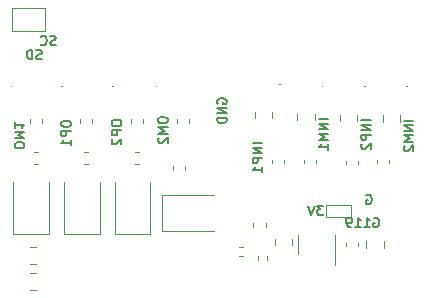
<source format=gbo>
G04 #@! TF.GenerationSoftware,KiCad,Pcbnew,9.0.4*
G04 #@! TF.CreationDate,2025-08-20T21:16:51-04:00*
G04 #@! TF.ProjectId,jlcpcb_1x1,6a6c6370-6362-45f3-9178-312e6b696361,rev?*
G04 #@! TF.SameCoordinates,Original*
G04 #@! TF.FileFunction,Legend,Bot*
G04 #@! TF.FilePolarity,Positive*
%FSLAX46Y46*%
G04 Gerber Fmt 4.6, Leading zero omitted, Abs format (unit mm)*
G04 Created by KiCad (PCBNEW 9.0.4) date 2025-08-20 21:16:51*
%MOMM*%
%LPD*%
G01*
G04 APERTURE LIST*
%ADD10C,0.180000*%
%ADD11C,0.150000*%
%ADD12C,0.120000*%
%ADD13C,0.100000*%
G04 APERTURE END LIST*
D10*
X51430833Y-40253830D02*
X51507023Y-40215735D01*
X51507023Y-40215735D02*
X51621309Y-40215735D01*
X51621309Y-40215735D02*
X51735595Y-40253830D01*
X51735595Y-40253830D02*
X51811785Y-40330020D01*
X51811785Y-40330020D02*
X51849880Y-40406211D01*
X51849880Y-40406211D02*
X51887976Y-40558592D01*
X51887976Y-40558592D02*
X51887976Y-40672878D01*
X51887976Y-40672878D02*
X51849880Y-40825259D01*
X51849880Y-40825259D02*
X51811785Y-40901449D01*
X51811785Y-40901449D02*
X51735595Y-40977640D01*
X51735595Y-40977640D02*
X51621309Y-41015735D01*
X51621309Y-41015735D02*
X51545118Y-41015735D01*
X51545118Y-41015735D02*
X51430833Y-40977640D01*
X51430833Y-40977640D02*
X51392737Y-40939544D01*
X51392737Y-40939544D02*
X51392737Y-40672878D01*
X51392737Y-40672878D02*
X51545118Y-40672878D01*
X50630833Y-41015735D02*
X51087976Y-41015735D01*
X50859404Y-41015735D02*
X50859404Y-40215735D01*
X50859404Y-40215735D02*
X50935595Y-40330020D01*
X50935595Y-40330020D02*
X51011785Y-40406211D01*
X51011785Y-40406211D02*
X51087976Y-40444306D01*
X49868928Y-41015735D02*
X50326071Y-41015735D01*
X50097499Y-41015735D02*
X50097499Y-40215735D01*
X50097499Y-40215735D02*
X50173690Y-40330020D01*
X50173690Y-40330020D02*
X50249880Y-40406211D01*
X50249880Y-40406211D02*
X50326071Y-40444306D01*
X49487975Y-41015735D02*
X49335594Y-41015735D01*
X49335594Y-41015735D02*
X49259404Y-40977640D01*
X49259404Y-40977640D02*
X49221308Y-40939544D01*
X49221308Y-40939544D02*
X49145118Y-40825259D01*
X49145118Y-40825259D02*
X49107023Y-40672878D01*
X49107023Y-40672878D02*
X49107023Y-40368116D01*
X49107023Y-40368116D02*
X49145118Y-40291925D01*
X49145118Y-40291925D02*
X49183213Y-40253830D01*
X49183213Y-40253830D02*
X49259404Y-40215735D01*
X49259404Y-40215735D02*
X49411785Y-40215735D01*
X49411785Y-40215735D02*
X49487975Y-40253830D01*
X49487975Y-40253830D02*
X49526070Y-40291925D01*
X49526070Y-40291925D02*
X49564166Y-40368116D01*
X49564166Y-40368116D02*
X49564166Y-40558592D01*
X49564166Y-40558592D02*
X49526070Y-40634782D01*
X49526070Y-40634782D02*
X49487975Y-40672878D01*
X49487975Y-40672878D02*
X49411785Y-40710973D01*
X49411785Y-40710973D02*
X49259404Y-40710973D01*
X49259404Y-40710973D02*
X49183213Y-40672878D01*
X49183213Y-40672878D02*
X49145118Y-40634782D01*
X49145118Y-40634782D02*
X49107023Y-40558592D01*
D11*
X50787976Y-38305390D02*
X50864166Y-38267295D01*
X50864166Y-38267295D02*
X50978452Y-38267295D01*
X50978452Y-38267295D02*
X51092738Y-38305390D01*
X51092738Y-38305390D02*
X51168928Y-38381580D01*
X51168928Y-38381580D02*
X51207023Y-38457771D01*
X51207023Y-38457771D02*
X51245119Y-38610152D01*
X51245119Y-38610152D02*
X51245119Y-38724438D01*
X51245119Y-38724438D02*
X51207023Y-38876819D01*
X51207023Y-38876819D02*
X51168928Y-38953009D01*
X51168928Y-38953009D02*
X51092738Y-39029200D01*
X51092738Y-39029200D02*
X50978452Y-39067295D01*
X50978452Y-39067295D02*
X50902261Y-39067295D01*
X50902261Y-39067295D02*
X50787976Y-39029200D01*
X50787976Y-39029200D02*
X50749880Y-38991104D01*
X50749880Y-38991104D02*
X50749880Y-38724438D01*
X50749880Y-38724438D02*
X50902261Y-38724438D01*
X51159795Y-31979160D02*
X50359795Y-31979160D01*
X51159795Y-32360112D02*
X50359795Y-32360112D01*
X50359795Y-32360112D02*
X51159795Y-32817255D01*
X51159795Y-32817255D02*
X50359795Y-32817255D01*
X51159795Y-33198207D02*
X50359795Y-33198207D01*
X50359795Y-33198207D02*
X50359795Y-33502969D01*
X50359795Y-33502969D02*
X50397890Y-33579159D01*
X50397890Y-33579159D02*
X50435985Y-33617254D01*
X50435985Y-33617254D02*
X50512176Y-33655350D01*
X50512176Y-33655350D02*
X50626461Y-33655350D01*
X50626461Y-33655350D02*
X50702652Y-33617254D01*
X50702652Y-33617254D02*
X50740747Y-33579159D01*
X50740747Y-33579159D02*
X50778842Y-33502969D01*
X50778842Y-33502969D02*
X50778842Y-33198207D01*
X50435985Y-33960111D02*
X50397890Y-33998207D01*
X50397890Y-33998207D02*
X50359795Y-34074397D01*
X50359795Y-34074397D02*
X50359795Y-34264873D01*
X50359795Y-34264873D02*
X50397890Y-34341064D01*
X50397890Y-34341064D02*
X50435985Y-34379159D01*
X50435985Y-34379159D02*
X50512176Y-34417254D01*
X50512176Y-34417254D02*
X50588366Y-34417254D01*
X50588366Y-34417254D02*
X50702652Y-34379159D01*
X50702652Y-34379159D02*
X51159795Y-33922016D01*
X51159795Y-33922016D02*
X51159795Y-34417254D01*
X47134530Y-39207295D02*
X46639292Y-39207295D01*
X46639292Y-39207295D02*
X46905958Y-39512057D01*
X46905958Y-39512057D02*
X46791673Y-39512057D01*
X46791673Y-39512057D02*
X46715482Y-39550152D01*
X46715482Y-39550152D02*
X46677387Y-39588247D01*
X46677387Y-39588247D02*
X46639292Y-39664438D01*
X46639292Y-39664438D02*
X46639292Y-39854914D01*
X46639292Y-39854914D02*
X46677387Y-39931104D01*
X46677387Y-39931104D02*
X46715482Y-39969200D01*
X46715482Y-39969200D02*
X46791673Y-40007295D01*
X46791673Y-40007295D02*
X47020244Y-40007295D01*
X47020244Y-40007295D02*
X47096435Y-39969200D01*
X47096435Y-39969200D02*
X47134530Y-39931104D01*
X46410720Y-39207295D02*
X46144053Y-40007295D01*
X46144053Y-40007295D02*
X45877387Y-39207295D01*
X29259795Y-32121541D02*
X29259795Y-32273922D01*
X29259795Y-32273922D02*
X29297890Y-32350112D01*
X29297890Y-32350112D02*
X29374080Y-32426303D01*
X29374080Y-32426303D02*
X29526461Y-32464398D01*
X29526461Y-32464398D02*
X29793128Y-32464398D01*
X29793128Y-32464398D02*
X29945509Y-32426303D01*
X29945509Y-32426303D02*
X30021700Y-32350112D01*
X30021700Y-32350112D02*
X30059795Y-32273922D01*
X30059795Y-32273922D02*
X30059795Y-32121541D01*
X30059795Y-32121541D02*
X30021700Y-32045350D01*
X30021700Y-32045350D02*
X29945509Y-31969160D01*
X29945509Y-31969160D02*
X29793128Y-31931064D01*
X29793128Y-31931064D02*
X29526461Y-31931064D01*
X29526461Y-31931064D02*
X29374080Y-31969160D01*
X29374080Y-31969160D02*
X29297890Y-32045350D01*
X29297890Y-32045350D02*
X29259795Y-32121541D01*
X30059795Y-32807255D02*
X29259795Y-32807255D01*
X29259795Y-32807255D02*
X29259795Y-33112017D01*
X29259795Y-33112017D02*
X29297890Y-33188207D01*
X29297890Y-33188207D02*
X29335985Y-33226302D01*
X29335985Y-33226302D02*
X29412176Y-33264398D01*
X29412176Y-33264398D02*
X29526461Y-33264398D01*
X29526461Y-33264398D02*
X29602652Y-33226302D01*
X29602652Y-33226302D02*
X29640747Y-33188207D01*
X29640747Y-33188207D02*
X29678842Y-33112017D01*
X29678842Y-33112017D02*
X29678842Y-32807255D01*
X29335985Y-33569159D02*
X29297890Y-33607255D01*
X29297890Y-33607255D02*
X29259795Y-33683445D01*
X29259795Y-33683445D02*
X29259795Y-33873921D01*
X29259795Y-33873921D02*
X29297890Y-33950112D01*
X29297890Y-33950112D02*
X29335985Y-33988207D01*
X29335985Y-33988207D02*
X29412176Y-34026302D01*
X29412176Y-34026302D02*
X29488366Y-34026302D01*
X29488366Y-34026302D02*
X29602652Y-33988207D01*
X29602652Y-33988207D02*
X30059795Y-33531064D01*
X30059795Y-33531064D02*
X30059795Y-34026302D01*
X24505708Y-25579200D02*
X24391422Y-25617295D01*
X24391422Y-25617295D02*
X24200946Y-25617295D01*
X24200946Y-25617295D02*
X24124755Y-25579200D01*
X24124755Y-25579200D02*
X24086660Y-25541104D01*
X24086660Y-25541104D02*
X24048565Y-25464914D01*
X24048565Y-25464914D02*
X24048565Y-25388723D01*
X24048565Y-25388723D02*
X24086660Y-25312533D01*
X24086660Y-25312533D02*
X24124755Y-25274438D01*
X24124755Y-25274438D02*
X24200946Y-25236342D01*
X24200946Y-25236342D02*
X24353327Y-25198247D01*
X24353327Y-25198247D02*
X24429517Y-25160152D01*
X24429517Y-25160152D02*
X24467612Y-25122057D01*
X24467612Y-25122057D02*
X24505708Y-25045866D01*
X24505708Y-25045866D02*
X24505708Y-24969676D01*
X24505708Y-24969676D02*
X24467612Y-24893485D01*
X24467612Y-24893485D02*
X24429517Y-24855390D01*
X24429517Y-24855390D02*
X24353327Y-24817295D01*
X24353327Y-24817295D02*
X24162850Y-24817295D01*
X24162850Y-24817295D02*
X24048565Y-24855390D01*
X23248564Y-25541104D02*
X23286660Y-25579200D01*
X23286660Y-25579200D02*
X23400945Y-25617295D01*
X23400945Y-25617295D02*
X23477136Y-25617295D01*
X23477136Y-25617295D02*
X23591422Y-25579200D01*
X23591422Y-25579200D02*
X23667612Y-25503009D01*
X23667612Y-25503009D02*
X23705707Y-25426819D01*
X23705707Y-25426819D02*
X23743803Y-25274438D01*
X23743803Y-25274438D02*
X23743803Y-25160152D01*
X23743803Y-25160152D02*
X23705707Y-25007771D01*
X23705707Y-25007771D02*
X23667612Y-24931580D01*
X23667612Y-24931580D02*
X23591422Y-24855390D01*
X23591422Y-24855390D02*
X23477136Y-24817295D01*
X23477136Y-24817295D02*
X23400945Y-24817295D01*
X23400945Y-24817295D02*
X23286660Y-24855390D01*
X23286660Y-24855390D02*
X23248564Y-24893485D01*
X54759795Y-32026660D02*
X53959795Y-32026660D01*
X54759795Y-32407612D02*
X53959795Y-32407612D01*
X53959795Y-32407612D02*
X54759795Y-32864755D01*
X54759795Y-32864755D02*
X53959795Y-32864755D01*
X54759795Y-33245707D02*
X53959795Y-33245707D01*
X53959795Y-33245707D02*
X54531223Y-33512373D01*
X54531223Y-33512373D02*
X53959795Y-33779040D01*
X53959795Y-33779040D02*
X54759795Y-33779040D01*
X54035985Y-34121897D02*
X53997890Y-34159993D01*
X53997890Y-34159993D02*
X53959795Y-34236183D01*
X53959795Y-34236183D02*
X53959795Y-34426659D01*
X53959795Y-34426659D02*
X53997890Y-34502850D01*
X53997890Y-34502850D02*
X54035985Y-34540945D01*
X54035985Y-34540945D02*
X54112176Y-34579040D01*
X54112176Y-34579040D02*
X54188366Y-34579040D01*
X54188366Y-34579040D02*
X54302652Y-34540945D01*
X54302652Y-34540945D02*
X54759795Y-34083802D01*
X54759795Y-34083802D02*
X54759795Y-34579040D01*
X41959795Y-33944160D02*
X41159795Y-33944160D01*
X41959795Y-34325112D02*
X41159795Y-34325112D01*
X41159795Y-34325112D02*
X41959795Y-34782255D01*
X41959795Y-34782255D02*
X41159795Y-34782255D01*
X41959795Y-35163207D02*
X41159795Y-35163207D01*
X41159795Y-35163207D02*
X41159795Y-35467969D01*
X41159795Y-35467969D02*
X41197890Y-35544159D01*
X41197890Y-35544159D02*
X41235985Y-35582254D01*
X41235985Y-35582254D02*
X41312176Y-35620350D01*
X41312176Y-35620350D02*
X41426461Y-35620350D01*
X41426461Y-35620350D02*
X41502652Y-35582254D01*
X41502652Y-35582254D02*
X41540747Y-35544159D01*
X41540747Y-35544159D02*
X41578842Y-35467969D01*
X41578842Y-35467969D02*
X41578842Y-35163207D01*
X41959795Y-36382254D02*
X41959795Y-35925111D01*
X41959795Y-36153683D02*
X41159795Y-36153683D01*
X41159795Y-36153683D02*
X41274080Y-36077492D01*
X41274080Y-36077492D02*
X41350271Y-36001302D01*
X41350271Y-36001302D02*
X41388366Y-35925111D01*
X21835204Y-34175112D02*
X21835204Y-34022731D01*
X21835204Y-34022731D02*
X21797109Y-33946541D01*
X21797109Y-33946541D02*
X21720919Y-33870350D01*
X21720919Y-33870350D02*
X21568538Y-33832255D01*
X21568538Y-33832255D02*
X21301871Y-33832255D01*
X21301871Y-33832255D02*
X21149490Y-33870350D01*
X21149490Y-33870350D02*
X21073300Y-33946541D01*
X21073300Y-33946541D02*
X21035204Y-34022731D01*
X21035204Y-34022731D02*
X21035204Y-34175112D01*
X21035204Y-34175112D02*
X21073300Y-34251303D01*
X21073300Y-34251303D02*
X21149490Y-34327493D01*
X21149490Y-34327493D02*
X21301871Y-34365589D01*
X21301871Y-34365589D02*
X21568538Y-34365589D01*
X21568538Y-34365589D02*
X21720919Y-34327493D01*
X21720919Y-34327493D02*
X21797109Y-34251303D01*
X21797109Y-34251303D02*
X21835204Y-34175112D01*
X21035204Y-33489398D02*
X21835204Y-33489398D01*
X21835204Y-33489398D02*
X21263776Y-33222732D01*
X21263776Y-33222732D02*
X21835204Y-32956065D01*
X21835204Y-32956065D02*
X21035204Y-32956065D01*
X21035204Y-32156065D02*
X21035204Y-32613208D01*
X21035204Y-32384636D02*
X21835204Y-32384636D01*
X21835204Y-32384636D02*
X21720919Y-32460827D01*
X21720919Y-32460827D02*
X21644728Y-32537017D01*
X21644728Y-32537017D02*
X21606633Y-32613208D01*
X23305708Y-26779200D02*
X23191422Y-26817295D01*
X23191422Y-26817295D02*
X23000946Y-26817295D01*
X23000946Y-26817295D02*
X22924755Y-26779200D01*
X22924755Y-26779200D02*
X22886660Y-26741104D01*
X22886660Y-26741104D02*
X22848565Y-26664914D01*
X22848565Y-26664914D02*
X22848565Y-26588723D01*
X22848565Y-26588723D02*
X22886660Y-26512533D01*
X22886660Y-26512533D02*
X22924755Y-26474438D01*
X22924755Y-26474438D02*
X23000946Y-26436342D01*
X23000946Y-26436342D02*
X23153327Y-26398247D01*
X23153327Y-26398247D02*
X23229517Y-26360152D01*
X23229517Y-26360152D02*
X23267612Y-26322057D01*
X23267612Y-26322057D02*
X23305708Y-26245866D01*
X23305708Y-26245866D02*
X23305708Y-26169676D01*
X23305708Y-26169676D02*
X23267612Y-26093485D01*
X23267612Y-26093485D02*
X23229517Y-26055390D01*
X23229517Y-26055390D02*
X23153327Y-26017295D01*
X23153327Y-26017295D02*
X22962850Y-26017295D01*
X22962850Y-26017295D02*
X22848565Y-26055390D01*
X22505707Y-26817295D02*
X22505707Y-26017295D01*
X22505707Y-26017295D02*
X22315231Y-26017295D01*
X22315231Y-26017295D02*
X22200945Y-26055390D01*
X22200945Y-26055390D02*
X22124755Y-26131580D01*
X22124755Y-26131580D02*
X22086660Y-26207771D01*
X22086660Y-26207771D02*
X22048564Y-26360152D01*
X22048564Y-26360152D02*
X22048564Y-26474438D01*
X22048564Y-26474438D02*
X22086660Y-26626819D01*
X22086660Y-26626819D02*
X22124755Y-26703009D01*
X22124755Y-26703009D02*
X22200945Y-26779200D01*
X22200945Y-26779200D02*
X22315231Y-26817295D01*
X22315231Y-26817295D02*
X22505707Y-26817295D01*
X38197890Y-30563207D02*
X38159795Y-30487017D01*
X38159795Y-30487017D02*
X38159795Y-30372731D01*
X38159795Y-30372731D02*
X38197890Y-30258445D01*
X38197890Y-30258445D02*
X38274080Y-30182255D01*
X38274080Y-30182255D02*
X38350271Y-30144160D01*
X38350271Y-30144160D02*
X38502652Y-30106064D01*
X38502652Y-30106064D02*
X38616938Y-30106064D01*
X38616938Y-30106064D02*
X38769319Y-30144160D01*
X38769319Y-30144160D02*
X38845509Y-30182255D01*
X38845509Y-30182255D02*
X38921700Y-30258445D01*
X38921700Y-30258445D02*
X38959795Y-30372731D01*
X38959795Y-30372731D02*
X38959795Y-30448922D01*
X38959795Y-30448922D02*
X38921700Y-30563207D01*
X38921700Y-30563207D02*
X38883604Y-30601303D01*
X38883604Y-30601303D02*
X38616938Y-30601303D01*
X38616938Y-30601303D02*
X38616938Y-30448922D01*
X38959795Y-30944160D02*
X38159795Y-30944160D01*
X38159795Y-30944160D02*
X38959795Y-31401303D01*
X38959795Y-31401303D02*
X38159795Y-31401303D01*
X38959795Y-31782255D02*
X38159795Y-31782255D01*
X38159795Y-31782255D02*
X38159795Y-31972731D01*
X38159795Y-31972731D02*
X38197890Y-32087017D01*
X38197890Y-32087017D02*
X38274080Y-32163207D01*
X38274080Y-32163207D02*
X38350271Y-32201302D01*
X38350271Y-32201302D02*
X38502652Y-32239398D01*
X38502652Y-32239398D02*
X38616938Y-32239398D01*
X38616938Y-32239398D02*
X38769319Y-32201302D01*
X38769319Y-32201302D02*
X38845509Y-32163207D01*
X38845509Y-32163207D02*
X38921700Y-32087017D01*
X38921700Y-32087017D02*
X38959795Y-31972731D01*
X38959795Y-31972731D02*
X38959795Y-31782255D01*
X33159795Y-31896541D02*
X33159795Y-32048922D01*
X33159795Y-32048922D02*
X33197890Y-32125112D01*
X33197890Y-32125112D02*
X33274080Y-32201303D01*
X33274080Y-32201303D02*
X33426461Y-32239398D01*
X33426461Y-32239398D02*
X33693128Y-32239398D01*
X33693128Y-32239398D02*
X33845509Y-32201303D01*
X33845509Y-32201303D02*
X33921700Y-32125112D01*
X33921700Y-32125112D02*
X33959795Y-32048922D01*
X33959795Y-32048922D02*
X33959795Y-31896541D01*
X33959795Y-31896541D02*
X33921700Y-31820350D01*
X33921700Y-31820350D02*
X33845509Y-31744160D01*
X33845509Y-31744160D02*
X33693128Y-31706064D01*
X33693128Y-31706064D02*
X33426461Y-31706064D01*
X33426461Y-31706064D02*
X33274080Y-31744160D01*
X33274080Y-31744160D02*
X33197890Y-31820350D01*
X33197890Y-31820350D02*
X33159795Y-31896541D01*
X33959795Y-32582255D02*
X33159795Y-32582255D01*
X33159795Y-32582255D02*
X33731223Y-32848921D01*
X33731223Y-32848921D02*
X33159795Y-33115588D01*
X33159795Y-33115588D02*
X33959795Y-33115588D01*
X33235985Y-33458445D02*
X33197890Y-33496541D01*
X33197890Y-33496541D02*
X33159795Y-33572731D01*
X33159795Y-33572731D02*
X33159795Y-33763207D01*
X33159795Y-33763207D02*
X33197890Y-33839398D01*
X33197890Y-33839398D02*
X33235985Y-33877493D01*
X33235985Y-33877493D02*
X33312176Y-33915588D01*
X33312176Y-33915588D02*
X33388366Y-33915588D01*
X33388366Y-33915588D02*
X33502652Y-33877493D01*
X33502652Y-33877493D02*
X33959795Y-33420350D01*
X33959795Y-33420350D02*
X33959795Y-33915588D01*
X24959795Y-32196541D02*
X24959795Y-32348922D01*
X24959795Y-32348922D02*
X24997890Y-32425112D01*
X24997890Y-32425112D02*
X25074080Y-32501303D01*
X25074080Y-32501303D02*
X25226461Y-32539398D01*
X25226461Y-32539398D02*
X25493128Y-32539398D01*
X25493128Y-32539398D02*
X25645509Y-32501303D01*
X25645509Y-32501303D02*
X25721700Y-32425112D01*
X25721700Y-32425112D02*
X25759795Y-32348922D01*
X25759795Y-32348922D02*
X25759795Y-32196541D01*
X25759795Y-32196541D02*
X25721700Y-32120350D01*
X25721700Y-32120350D02*
X25645509Y-32044160D01*
X25645509Y-32044160D02*
X25493128Y-32006064D01*
X25493128Y-32006064D02*
X25226461Y-32006064D01*
X25226461Y-32006064D02*
X25074080Y-32044160D01*
X25074080Y-32044160D02*
X24997890Y-32120350D01*
X24997890Y-32120350D02*
X24959795Y-32196541D01*
X25759795Y-32882255D02*
X24959795Y-32882255D01*
X24959795Y-32882255D02*
X24959795Y-33187017D01*
X24959795Y-33187017D02*
X24997890Y-33263207D01*
X24997890Y-33263207D02*
X25035985Y-33301302D01*
X25035985Y-33301302D02*
X25112176Y-33339398D01*
X25112176Y-33339398D02*
X25226461Y-33339398D01*
X25226461Y-33339398D02*
X25302652Y-33301302D01*
X25302652Y-33301302D02*
X25340747Y-33263207D01*
X25340747Y-33263207D02*
X25378842Y-33187017D01*
X25378842Y-33187017D02*
X25378842Y-32882255D01*
X25759795Y-34101302D02*
X25759795Y-33644159D01*
X25759795Y-33872731D02*
X24959795Y-33872731D01*
X24959795Y-33872731D02*
X25074080Y-33796540D01*
X25074080Y-33796540D02*
X25150271Y-33720350D01*
X25150271Y-33720350D02*
X25188366Y-33644159D01*
X47559795Y-31906660D02*
X46759795Y-31906660D01*
X47559795Y-32287612D02*
X46759795Y-32287612D01*
X46759795Y-32287612D02*
X47559795Y-32744755D01*
X47559795Y-32744755D02*
X46759795Y-32744755D01*
X47559795Y-33125707D02*
X46759795Y-33125707D01*
X46759795Y-33125707D02*
X47331223Y-33392373D01*
X47331223Y-33392373D02*
X46759795Y-33659040D01*
X46759795Y-33659040D02*
X47559795Y-33659040D01*
X47559795Y-34459040D02*
X47559795Y-34001897D01*
X47559795Y-34230469D02*
X46759795Y-34230469D01*
X46759795Y-34230469D02*
X46874080Y-34154278D01*
X46874080Y-34154278D02*
X46950271Y-34078088D01*
X46950271Y-34078088D02*
X46988366Y-34001897D01*
D12*
G04 #@! TO.C,C130*
X22858752Y-42745000D02*
X22336248Y-42745000D01*
X22858752Y-44165000D02*
X22336248Y-44165000D01*
D13*
G04 #@! TO.C,D110*
X29382500Y-29155000D02*
G75*
G02*
X29282500Y-29155000I-50000J0D01*
G01*
X29282500Y-29155000D02*
G75*
G02*
X29382500Y-29155000I50000J0D01*
G01*
D12*
G04 #@! TO.C,T\u002AC110*
X43062500Y-41993748D02*
X43062500Y-42516252D01*
X44532500Y-41993748D02*
X44532500Y-42516252D01*
G04 #@! TO.C,C123*
X34787500Y-32201267D02*
X34787500Y-31908733D01*
X35807500Y-32201267D02*
X35807500Y-31908733D01*
G04 #@! TO.C,FB110*
X44962500Y-31456248D02*
X44962500Y-31978752D01*
X46432500Y-31456248D02*
X46432500Y-31978752D01*
G04 #@! TO.C,R109*
X22968767Y-34645000D02*
X22626233Y-34645000D01*
X22968767Y-35665000D02*
X22626233Y-35665000D01*
G04 #@! TO.C,FB108*
X52162500Y-31566248D02*
X52162500Y-32088752D01*
X53632500Y-31566248D02*
X53632500Y-32088752D01*
D13*
G04 #@! TO.C,D112*
X54312500Y-29137500D02*
G75*
G02*
X54212500Y-29137500I-50000J0D01*
G01*
X54212500Y-29137500D02*
G75*
G02*
X54312500Y-29137500I50000J0D01*
G01*
D12*
G04 #@! TO.C,R116*
X34387500Y-35883733D02*
X34387500Y-36226267D01*
X35407500Y-35883733D02*
X35407500Y-36226267D01*
G04 #@! TO.C,C120*
X29487500Y-37205000D02*
X29487500Y-41590000D01*
X29487500Y-41590000D02*
X32507500Y-41590000D01*
X32507500Y-41590000D02*
X32507500Y-37205000D01*
G04 #@! TO.C,T\u002AC108*
X50796814Y-42753752D02*
X50796814Y-42231248D01*
X52266814Y-42753752D02*
X52266814Y-42231248D01*
G04 #@! TO.C,MCLK108*
X20797500Y-22455000D02*
X20797500Y-24455000D01*
X20797500Y-24455000D02*
X23597500Y-24455000D01*
X23597500Y-22455000D02*
X20797500Y-22455000D01*
X23597500Y-24455000D02*
X23597500Y-22455000D01*
G04 #@! TO.C,T\u002AC109*
X49087500Y-42638767D02*
X49087500Y-42346233D01*
X50107500Y-42638767D02*
X50107500Y-42346233D01*
G04 #@! TO.C,C124*
X51687500Y-35308733D02*
X51687500Y-35601267D01*
X52707500Y-35308733D02*
X52707500Y-35601267D01*
D13*
G04 #@! TO.C,D115*
X43512500Y-28955000D02*
G75*
G02*
X43412500Y-28955000I-50000J0D01*
G01*
X43412500Y-28955000D02*
G75*
G02*
X43512500Y-28955000I50000J0D01*
G01*
G04 #@! TO.C,3V108*
X49457500Y-39145000D02*
X47347500Y-39145000D01*
X47347500Y-40145000D01*
X49457500Y-40145000D01*
X49457500Y-39145000D01*
D12*
G04 #@! TO.C,C131*
X22336248Y-44945000D02*
X22858752Y-44945000D01*
X22336248Y-46365000D02*
X22858752Y-46365000D01*
G04 #@! TO.C,R111*
X31226233Y-34645000D02*
X31568767Y-34645000D01*
X31226233Y-35665000D02*
X31568767Y-35665000D01*
D13*
G04 #@! TO.C,D114*
X47112500Y-29090000D02*
G75*
G02*
X47012500Y-29090000I-50000J0D01*
G01*
X47012500Y-29090000D02*
G75*
G02*
X47112500Y-29090000I50000J0D01*
G01*
D12*
G04 #@! TO.C,C129*
X41237117Y-40696815D02*
X41237117Y-40989349D01*
X42257117Y-40696815D02*
X42257117Y-40989349D01*
G04 #@! TO.C,C127*
X42787500Y-35308733D02*
X42787500Y-35601267D01*
X43807500Y-35308733D02*
X43807500Y-35601267D01*
G04 #@! TO.C,FB109*
X48562500Y-31528748D02*
X48562500Y-32051252D01*
X50032500Y-31528748D02*
X50032500Y-32051252D01*
G04 #@! TO.C,C114*
X20887500Y-37205000D02*
X20887500Y-41590000D01*
X20887500Y-41590000D02*
X23907500Y-41590000D01*
X23907500Y-41590000D02*
X23907500Y-37205000D01*
G04 #@! TO.C,C110*
X25187500Y-37205000D02*
X25187500Y-41590000D01*
X25187500Y-41590000D02*
X28207500Y-41590000D01*
X28207500Y-41590000D02*
X28207500Y-37205000D01*
G04 #@! TO.C,FB111*
X41362500Y-31293748D02*
X41362500Y-31816252D01*
X42832500Y-31293748D02*
X42832500Y-31816252D01*
D13*
G04 #@! TO.C,D108*
X25082500Y-29155000D02*
G75*
G02*
X24982500Y-29155000I-50000J0D01*
G01*
X24982500Y-29155000D02*
G75*
G02*
X25082500Y-29155000I50000J0D01*
G01*
D12*
G04 #@! TO.C,R128*
X41617500Y-43808641D02*
X41617500Y-43501359D01*
X42377500Y-43808641D02*
X42377500Y-43501359D01*
D13*
G04 #@! TO.C,D113*
X50712500Y-29090000D02*
G75*
G02*
X50612500Y-29090000I-50000J0D01*
G01*
X50612500Y-29090000D02*
G75*
G02*
X50712500Y-29090000I50000J0D01*
G01*
D12*
G04 #@! TO.C,R108*
X26926233Y-34645000D02*
X27268767Y-34645000D01*
X26926233Y-35665000D02*
X27268767Y-35665000D01*
D13*
G04 #@! TO.C,D111*
X33082500Y-29155000D02*
G75*
G02*
X32982500Y-29155000I-50000J0D01*
G01*
X32982500Y-29155000D02*
G75*
G02*
X33082500Y-29155000I50000J0D01*
G01*
D12*
G04 #@! TO.C,C122*
X33487501Y-38345000D02*
X33487501Y-41365000D01*
X33487501Y-41365000D02*
X37872501Y-41365000D01*
X37872501Y-38345000D02*
X33487501Y-38345000D01*
G04 #@! TO.C,C121*
X30887500Y-32201267D02*
X30887500Y-31908733D01*
X31907500Y-32201267D02*
X31907500Y-31908733D01*
G04 #@! TO.C,C117*
X22287500Y-32201267D02*
X22287500Y-31908733D01*
X23307500Y-32201267D02*
X23307500Y-31908733D01*
G04 #@! TO.C,SCL109*
X40365121Y-42675000D02*
X40029879Y-42675000D01*
X40365121Y-43435000D02*
X40029879Y-43435000D01*
G04 #@! TO.C,U109*
X45049314Y-42470000D02*
X45049314Y-41670000D01*
X45049314Y-42470000D02*
X45049314Y-43270000D01*
X48169314Y-42470000D02*
X48169314Y-41670000D01*
X48169314Y-42470000D02*
X48169314Y-44270000D01*
G04 #@! TO.C,C113*
X26587500Y-32201267D02*
X26587500Y-31908733D01*
X27607500Y-32201267D02*
X27607500Y-31908733D01*
G04 #@! TO.C,C125*
X49087500Y-35408733D02*
X49087500Y-35701267D01*
X50107500Y-35408733D02*
X50107500Y-35701267D01*
G04 #@! TO.C,C126*
X45487500Y-35308733D02*
X45487500Y-35601267D01*
X46507500Y-35308733D02*
X46507500Y-35601267D01*
D13*
G04 #@! TO.C,D109*
X20782500Y-29155000D02*
G75*
G02*
X20682500Y-29155000I-50000J0D01*
G01*
X20682500Y-29155000D02*
G75*
G02*
X20782500Y-29155000I50000J0D01*
G01*
G04 #@! TD*
M02*

</source>
